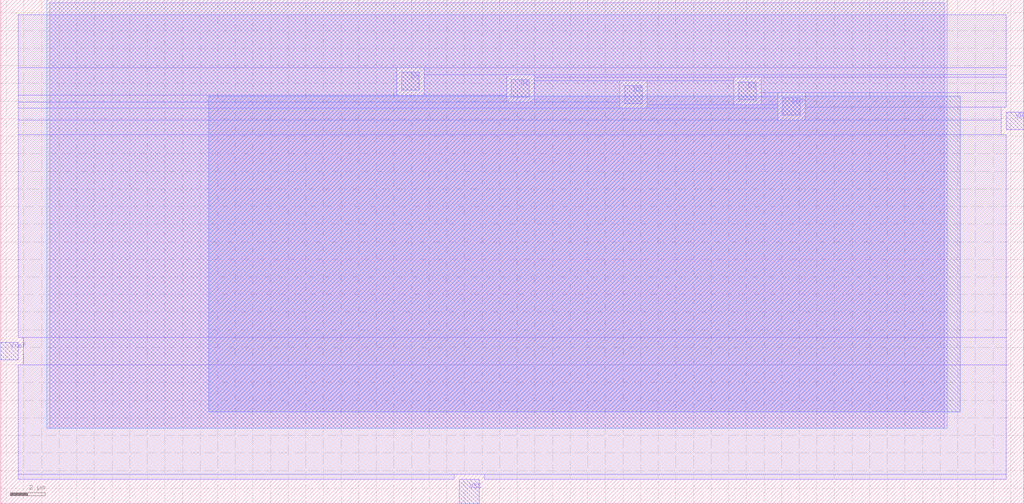
<source format=lef>
VERSION 5.7 ;
  NOWIREEXTENSIONATPIN ON ;
  DIVIDERCHAR "/" ;
  BUSBITCHARS "[]" ;
MACRO DAC
  CLASS BLOCK ;
  FOREIGN DAC ;
  ORIGIN 12.310 12.870 ;
  SIZE 58.055 BY 28.630 ;
  PIN D3
    ANTENNAGATEAREA 1.080000 ;
    PORT
      LAYER met1 ;
        RECT 29.570 10.060 30.570 11.060 ;
    END
  END D3
  PIN D2
    ANTENNAGATEAREA 1.080000 ;
    PORT
      LAYER met1 ;
        RECT 23.090 9.860 24.090 10.860 ;
    END
  END D2
  PIN D0
    ANTENNAGATEAREA 1.080000 ;
    PORT
      LAYER met1 ;
        RECT 10.440 10.620 11.440 11.620 ;
    END
  END D0
  PIN D1
    ANTENNAGATEAREA 1.080000 ;
    PORT
      LAYER met1 ;
        RECT 16.670 10.220 17.670 11.220 ;
    END
  END D1
  PIN Vref
    PORT
      LAYER met1 ;
        RECT -12.310 -4.710 -11.310 -3.710 ;
    END
  END Vref
  PIN OUT
    ANTENNADIFFAREA 4.760000 ;
    PORT
      LAYER met1 ;
        RECT 32.060 9.180 33.060 10.180 ;
    END
  END OUT
  PIN VDD
    PORT
      LAYER met1 ;
        RECT 44.745 8.375 45.745 9.375 ;
    END
  END VDD
  PIN VSS
    ANTENNADIFFAREA 64.836502 ;
    PORT
      LAYER met1 ;
        RECT 13.710 -12.870 14.850 -11.490 ;
    END
  END VSS
  OBS
      LAYER nwell ;
        RECT -9.700 -8.600 41.410 15.760 ;
      LAYER li1 ;
        RECT -9.520 -8.600 41.230 15.580 ;
      LAYER met1 ;
        RECT -11.310 11.900 44.745 14.900 ;
        RECT -11.310 10.340 10.160 11.900 ;
        RECT 11.720 11.500 44.745 11.900 ;
        RECT 11.720 10.340 16.390 11.500 ;
        RECT -11.310 9.940 16.390 10.340 ;
        RECT 17.950 11.340 44.745 11.500 ;
        RECT 17.950 11.140 29.290 11.340 ;
        RECT 17.950 9.940 22.810 11.140 ;
        RECT -11.310 9.580 22.810 9.940 ;
        RECT 24.370 9.780 29.290 11.140 ;
        RECT 30.850 10.460 44.745 11.340 ;
        RECT 30.850 9.780 31.780 10.460 ;
        RECT 24.370 9.580 31.780 9.780 ;
        RECT -11.310 8.900 31.780 9.580 ;
        RECT 33.340 9.655 44.745 10.460 ;
        RECT 33.340 8.900 44.465 9.655 ;
        RECT -11.310 8.095 44.465 8.900 ;
        RECT -11.310 -3.430 44.745 8.095 ;
        RECT -11.030 -4.990 44.745 -3.430 ;
        RECT -11.310 -11.210 44.745 -4.990 ;
        RECT -11.310 -11.490 13.430 -11.210 ;
        RECT 15.130 -11.490 44.745 -11.210 ;
      LAYER met2 ;
        RECT -0.520 -7.660 42.150 10.280 ;
  END
END DAC
END LIBRARY


</source>
